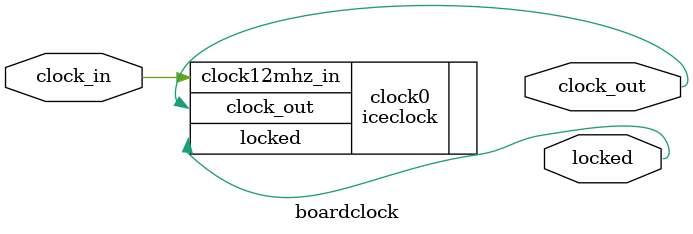
<source format=v>

localparam MAIN_CLOCK_FREQ = 12_000_000;

`include "../../common/iceclock/iceclock.v"

module boardclock
		#(
		parameter speed = 12
		)
		(
		input  clock_in,
		output clock_out,
		output locked
		);
		
	iceclock #(.speed(speed)) clock0 (.clock12mhz_in(clock_in), .clock_out(clock_out), .locked(locked));

endmodule

</source>
